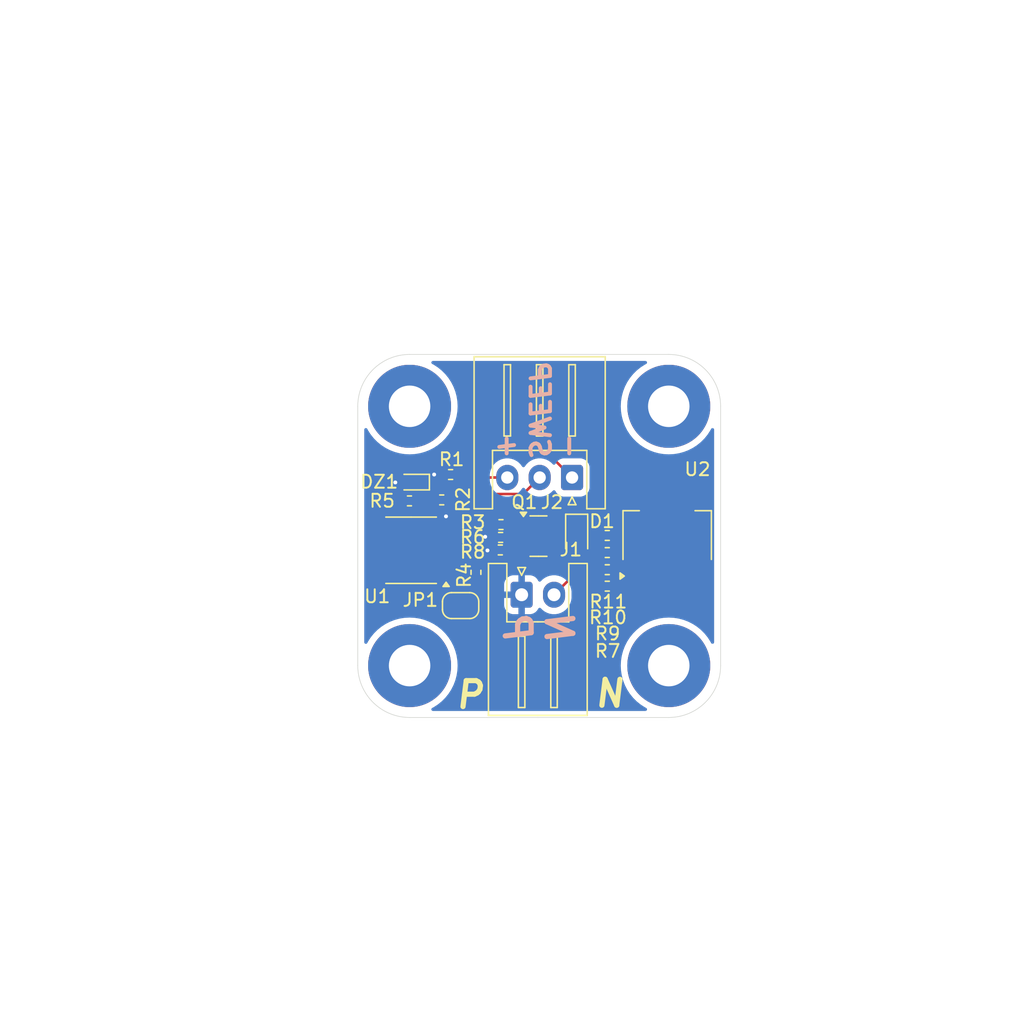
<source format=kicad_pcb>
(kicad_pcb (version 20240108) (generator "pcbnew") (generator_version "8.0")
  (layers (0 "F.Cu" signal) (31 "B.Cu" signal) (34 "B.Paste" user) (35 "F.Paste" user) (36 "B.SilkS" user "B.Silkscreen") (37 "F.SilkS" user "F.Silkscreen") (38 "B.Mask" user) (39 "F.Mask" user) (44 "Edge.Cuts" user))
  (net 0 "")
  (net 1 "GND")
  (net 2 "Net-(DZ1-K)")
  (net 3 "VCC")
  (net 4 "Net-(Q1-G)")
  (net 5 "Net-(Q1-S)")
  (net 6 "Net-(R3-Pad1)")
  (net 7 "Net-(U1A--)")
  (net 9 "Net-(J2-Pin_2)")
  (net 12 "Net-(JP1-A)")
  (net 13 "Net-(J2-Pin_3)")
  (net 14 "Net-(J2-Pin_1)")
  (net 27 "Net-(U2-VO)")
  (net 28 "Net-(D1-A)")
  (footprint "Resistor_SMD:R_0402_1005Metric" (layer "F.Cu") (at 131.4704 87.4776)
    (property "Reference" "R3" (at -2.1844 -0.1778 0) (layer "F.SilkS"))
    (property "Value" "10k")
    (fp_line (start -0.153641 -0.38) (end 0.153641 -0.38) (stroke (width 0.12)) (layer "F.SilkS"))
    (fp_line (start -0.153641 0.38) (end 0.153641 0.38) (stroke (width 0.12)) (layer "F.SilkS"))
    (pad "1" smd roundrect (at -0.51 0) (size 0.54 0.64) (layers "F.Cu" "F.Paste" "F.Mask") (net 6 "Net-(R3-Pad1)"))
    (pad "2" smd roundrect (at 0.51 0) (size 0.54 0.64) (layers "F.Cu" "F.Paste" "F.Mask") (net 4 "Net-(Q1-G)"))
  )
  (footprint "Resistor_SMD:R_0402_1005Metric" (layer "F.Cu") (at 126.8984 85.5726)
    (property "Reference" "R2" (at 1.651 -0.0254 90) (layer "F.SilkS"))
    (property "Value" "1k")
    (fp_line (start -0.153641 -0.38) (end 0.153641 -0.38) (stroke (width 0.12)) (layer "F.SilkS"))
    (fp_line (start -0.153641 0.38) (end 0.153641 0.38) (stroke (width 0.12)) (layer "F.SilkS"))
    (pad "1" smd roundrect (at -0.51 0) (size 0.54 0.64) (layers "F.Cu" "F.Paste" "F.Mask") (net 2 "Net-(DZ1-K)"))
    (pad "2" smd roundrect (at 0.51 0) (size 0.54 0.64) (layers "F.Cu" "F.Paste" "F.Mask") (net 13 "Net-(J2-Pin_3)"))
  )
  (footprint "MountingHole:MountingHole_3.2mm_M3_Pad_TopBottom" (layer "F.Cu") (at 124.4201 98.3541)
    (property "Reference" "H2" (hide yes))
    (property "Value" "MountingHole_Pad")
    (pad "1" thru_hole circle (at 0 0) (size 3.6 3.6) (drill 3.2) (layers "*.Cu" "*.Mask"))
    (pad "1" connect circle (at 0 0) (size 6.4 6.4) (layers "F.Cu" "F.Mask"))
    (pad "1" connect circle (at 0 0) (size 6.4 6.4) (layers "B.Cu" "B.Mask"))
  )
  (footprint "MountingHole:MountingHole_3.2mm_M3_Pad_TopBottom" (layer "F.Cu") (at 144.4201 78.3541)
    (property "Reference" "H4" (hide yes))
    (property "Value" "MountingHole_Pad")
    (pad "1" thru_hole circle (at 0 0) (size 3.6 3.6) (drill 3.2) (layers "*.Cu" "*.Mask"))
    (pad "1" connect circle (at 0 0) (size 6.4 6.4) (layers "F.Cu" "F.Mask"))
    (pad "1" connect circle (at 0 0) (size 6.4 6.4) (layers "B.Cu" "B.Mask"))
  )
  (footprint "Resistor_SMD:R_0402_1005Metric" (layer "F.Cu") (at 131.445 88.4682)
    (property "Reference" "R6" (at -2.159 -0.0254 0) (layer "F.SilkS"))
    (property "Value" "510R")
    (fp_line (start -0.153641 -0.38) (end 0.153641 -0.38) (stroke (width 0.12)) (layer "F.SilkS"))
    (fp_line (start -0.153641 0.38) (end 0.153641 0.38) (stroke (width 0.12)) (layer "F.SilkS"))
    (pad "1" smd roundrect (at -0.51 0) (size 0.54 0.64) (layers "F.Cu" "F.Paste" "F.Mask") (net 1 "GND"))
    (pad "2" smd roundrect (at 0.51 0) (size 0.54 0.64) (layers "F.Cu" "F.Paste" "F.Mask") (net 5 "Net-(Q1-S)"))
  )
  (footprint "Resistor_SMD:R_0402_1005Metric" (layer "F.Cu") (at 124.4092 85.6488)
    (property "Reference" "R5" (at -2.1082 0 360) (layer "F.SilkS"))
    (property "Value" "1k")
    (fp_line (start -0.153641 -0.38) (end 0.153641 -0.38) (stroke (width 0.12)) (layer "F.SilkS"))
    (fp_line (start -0.153641 0.38) (end 0.153641 0.38) (stroke (width 0.12)) (layer "F.SilkS"))
    (pad "1" smd roundrect (at -0.51 0) (size 0.54 0.64) (layers "F.Cu" "F.Paste" "F.Mask") (net 12 "Net-(JP1-A)"))
    (pad "2" smd roundrect (at 0.51 0) (size 0.54 0.64) (layers "F.Cu" "F.Paste" "F.Mask") (net 2 "Net-(DZ1-K)"))
  )
  (footprint "Package_TO_SOT_SMD:SOT-23" (layer "F.Cu") (at 134.366 88.3666)
    (property "Reference" "Q1" (at -1.0922 -2.6162 0) (layer "F.SilkS"))
    (property "Value" "2N7002")
    (fp_line (start 0 -1.56) (end -0.65 -1.56) (stroke (width 0.12)) (layer "F.SilkS"))
    (fp_line (start 0 -1.56) (end 0.65 -1.56) (stroke (width 0.12)) (layer "F.SilkS"))
    (fp_line (start 0 1.56) (end -0.65 1.56) (stroke (width 0.12)) (layer "F.SilkS"))
    (fp_line (start 0 1.56) (end 0.65 1.56) (stroke (width 0.12)) (layer "F.SilkS"))
    (fp_poly (pts (xy -1.1625 -1.51) (xy -1.4025 -1.84) (xy -0.9225 -1.84) (xy -1.1625 -1.51)) (stroke (width 0.12)) (fill solid) (layer "F.SilkS"))
    (pad "1" smd roundrect (at -0.9375 -0.95) (size 1.475 0.6) (layers "F.Cu" "F.Paste" "F.Mask") (net 4 "Net-(Q1-G)"))
    (pad "2" smd roundrect (at -0.9375 0.95) (size 1.475 0.6) (layers "F.Cu" "F.Paste" "F.Mask") (net 5 "Net-(Q1-S)"))
    (pad "3" smd roundrect (at 0.9375 0) (size 1.475 0.6) (layers "F.Cu" "F.Paste" "F.Mask") (net 3 "VCC"))
  )
  (footprint "Diode_SMD:D_SOD-523" (layer "F.Cu") (at 124.6886 84.201 180)
    (property "Reference" "DZ1" (at 2.6162 0.0254 360) (layer "F.SilkS"))
    (property "Value" "5.6V")
    (fp_line (start 0.7 0.6) (end -1.26 0.6) (stroke (width 0.12)) (layer "F.SilkS"))
    (fp_line (start 0.7 -0.6) (end -1.26 -0.6) (stroke (width 0.12)) (layer "F.SilkS"))
    (fp_line (start -1.26 -0.6) (end -1.26 0.6) (stroke (width 0.12)) (layer "F.SilkS"))
    (pad "1" smd roundrect (at -0.7 0) (size 0.6 0.7) (layers "F.Cu" "F.Paste" "F.Mask") (net 2 "Net-(DZ1-K)"))
    (pad "2" smd roundrect (at 0.7 0) (size 0.6 0.7) (layers "F.Cu" "F.Paste" "F.Mask") (net 1 "GND"))
  )
  (footprint "Resistor_SMD:R_0402_1005Metric" (layer "F.Cu") (at 129.54 91.1606 90)
    (property "Reference" "R4" (at -0.2286 -0.9144 90) (layer "F.SilkS"))
    (property "Value" "10k")
    (fp_line (start -0.153641 -0.38) (end 0.153641 -0.38) (stroke (width 0.12)) (layer "F.SilkS"))
    (fp_line (start -0.153641 0.38) (end 0.153641 0.38) (stroke (width 0.12)) (layer "F.SilkS"))
    (pad "1" smd roundrect (at -0.51 0 90) (size 0.54 0.64) (layers "F.Cu" "F.Paste" "F.Mask") (net 7 "Net-(U1A--)"))
    (pad "2" smd roundrect (at 0.51 0 90) (size 0.54 0.64) (layers "F.Cu" "F.Paste" "F.Mask") (net 5 "Net-(Q1-S)"))
  )
  (footprint "Resistor_SMD:R_0402_1005Metric" (layer "F.Cu") (at 139.6746 92.2274)
    (property "Reference" "R7" (at 0.0254 5.0038 360) (layer "F.SilkS"))
    (property "Value" "3k3")
    (fp_line (start -0.153641 -0.38) (end 0.153641 -0.38) (stroke (width 0.12)) (layer "F.SilkS"))
    (fp_line (start -0.153641 0.38) (end 0.153641 0.38) (stroke (width 0.12)) (layer "F.SilkS"))
    (pad "1" smd roundrect (at -0.509999 0) (size 0.54 0.64) (layers "F.Cu" "F.Paste" "F.Mask") (net 27 "Net-(U2-VO)"))
    (pad "2" smd roundrect (at 0.509999 0) (size 0.54 0.64) (layers "F.Cu" "F.Paste" "F.Mask") (net 12 "Net-(JP1-A)"))
  )
  (footprint "Resistor_SMD:R_0402_1005Metric" (layer "F.Cu") (at 139.6746 90.9574)
    (property "Reference" "R9" (at 0.0254 4.9276 360) (layer "F.SilkS"))
    (property "Value" "3k3")
    (fp_line (start -0.153641 -0.38) (end 0.153641 -0.38) (stroke (width 0.12)) (layer "F.SilkS"))
    (fp_line (start -0.153641 0.38) (end 0.153641 0.38) (stroke (width 0.12)) (layer "F.SilkS"))
    (pad "1" smd roundrect (at -0.509999 0) (size 0.54 0.64) (layers "F.Cu" "F.Paste" "F.Mask") (net 27 "Net-(U2-VO)"))
    (pad "2" smd roundrect (at 0.509999 0) (size 0.54 0.64) (layers "F.Cu" "F.Paste" "F.Mask") (net 12 "Net-(JP1-A)"))
  )
  (footprint "Jumper:SolderJumper-2_P1.3mm_Open_RoundedPad1.0x1.5mm" (layer "F.Cu") (at 128.3566 93.726)
    (property "Reference" "JP1" (at -3.1092 -0.4318 0) (layer "F.SilkS"))
    (property "Value" "SolderJumper_2_Open")
    (fp_line (start -1.4 0.3) (end -1.4 -0.3) (stroke (width 0.12)) (layer "F.SilkS"))
    (fp_line (start -0.7 -1) (end 0.7 -1) (stroke (width 0.12)) (layer "F.SilkS"))
    (fp_line (start 0.7 1) (end -0.7 1) (stroke (width 0.12)) (layer "F.SilkS"))
    (fp_line (start 1.4 -0.3) (end 1.4 0.3) (stroke (width 0.12)) (layer "F.SilkS"))
    (fp_arc (start -1.4 -0.3) (mid -1.194975 -0.794975) (end -0.7 -1) (stroke (width 0.12)) (layer "F.SilkS"))
    (fp_arc (start -0.7 1) (mid -1.194975 0.794975) (end -1.4 0.3) (stroke (width 0.12)) (layer "F.SilkS"))
    (fp_arc (start 0.7 -1) (mid 1.194975 -0.794975) (end 1.4 -0.3) (stroke (width 0.12)) (layer "F.SilkS"))
    (fp_arc (start 1.4 0.3) (mid 1.194975 0.794975) (end 0.7 1) (stroke (width 0.12)) (layer "F.SilkS"))
    (pad "1" smd custom (at -0.65 0) (size 1 0.5) (layers "F.Cu" "F.Mask") (net 12 "Net-(JP1-A)") (options (clearance outline) (anchor rect)) (primitives (gr_circle (center 0 0.25) (end 0.5 0.25) (width 0) (fill yes)) (gr_circle (center 0 -0.25) (end 0.5 -0.25) (width 0) (fill yes)) (gr_poly (pts (xy 0.5 0.75) (xy 0 0.75) (xy 0 -0.75) (xy 0.5 -0.75)) (width 0) (fill yes))))
    (pad "2" smd custom (at 0.65 0) (size 1 0.5) (layers "F.Cu" "F.Mask") (net 3 "VCC") (options (clearance outline) (anchor rect)) (primitives (gr_circle (center 0 0.25) (end 0.5 0.25) (width 0) (fill yes)) (gr_circle (center 0 -0.25) (end 0.5 -0.25) (width 0) (fill yes)) (gr_poly (pts (xy 0 0.75) (xy -0.5 0.75) (xy -0.5 -0.75) (xy 0 -0.75)) (width 0) (fill yes))))
  )
  (footprint "MountingHole:MountingHole_3.2mm_M3_Pad_TopBottom" (layer "F.Cu") (at 124.4201 78.3541)
    (property "Reference" "H1" (hide yes))
    (property "Value" "MountingHole_Pad")
    (pad "1" thru_hole circle (at 0 0) (size 3.6 3.6) (drill 3.2) (layers "*.Cu" "*.Mask"))
    (pad "1" connect circle (at 0 0) (size 6.4 6.4) (layers "F.Cu" "F.Mask"))
    (pad "1" connect circle (at 0 0) (size 6.4 6.4) (layers "B.Cu" "B.Mask"))
  )
  (footprint "Resistor_SMD:R_0402_1005Metric" (layer "F.Cu") (at 139.6746 89.6366)
    (property "Reference" "R10" (at 0.0508 5.0038 360) (layer "F.SilkS"))
    (property "Value" "3k3")
    (fp_line (start -0.153641 -0.38) (end 0.153641 -0.38) (stroke (width 0.12)) (layer "F.SilkS"))
    (fp_line (start -0.153641 0.38) (end 0.153641 0.38) (stroke (width 0.12)) (layer "F.SilkS"))
    (pad "1" smd roundrect (at -0.509999 0) (size 0.54 0.64) (layers "F.Cu" "F.Paste" "F.Mask") (net 27 "Net-(U2-VO)"))
    (pad "2" smd roundrect (at 0.509999 0) (size 0.54 0.64) (layers "F.Cu" "F.Paste" "F.Mask") (net 12 "Net-(JP1-A)"))
  )
  (footprint "Connector_JST:JST_XH_S3B-XH-A_1x03_P2.50mm_Horizontal" (layer "F.Cu") (at 136.9568 83.8454 180)
    (property "Reference" "J2" (at 1.5494 -1.905 360) (layer "F.SilkS"))
    (property "Value" "potentiometer")
    (fp_line (start 7.56 9.31) (end 7.56 -2.41) (stroke (width 0.12)) (layer "F.SilkS"))
    (fp_line (start 7.56 -2.41) (end 6.14 -2.41) (stroke (width 0.12)) (layer "F.SilkS"))
    (fp_line (start 6.14 2.09) (end 2.5 2.09) (stroke (width 0.12)) (layer "F.SilkS"))
    (fp_line (start 6.14 -2.41) (end 6.14 2.09) (stroke (width 0.12)) (layer "F.SilkS"))
    (fp_line (start 5.25 8.7) (end 5.25 3.2) (stroke (width 0.12)) (layer "F.SilkS"))
    (fp_line (start 5.25 3.2) (end 4.75 3.2) (stroke (width 0.12)) (layer "F.SilkS"))
    (fp_line (start 4.75 8.7) (end 5.25 8.7) (stroke (width 0.12)) (layer "F.SilkS"))
    (fp_line (start 4.75 3.2) (end 4.75 8.7) (stroke (width 0.12)) (layer "F.SilkS"))
    (fp_line (start 2.75 8.7) (end 2.75 3.2) (stroke (width 0.12)) (layer "F.SilkS"))
    (fp_line (start 2.75 3.2) (end 2.25 3.2) (stroke (width 0.12)) (layer "F.SilkS"))
    (fp_line (start 2.5 9.31) (end 7.56 9.31) (stroke (width 0.12)) (layer "F.SilkS"))
    (fp_line (start 2.5 9.31) (end -2.56 9.31) (stroke (width 0.12)) (layer "F.SilkS"))
    (fp_line (start 2.25 8.7) (end 2.75 8.7) (stroke (width 0.12)) (layer "F.SilkS"))
    (fp_line (start 2.25 3.2) (end 2.25 8.7) (stroke (width 0.12)) (layer "F.SilkS"))
    (fp_line (start 0.3 -2.1) (end 0 -1.5) (stroke (width 0.12)) (layer "F.SilkS"))
    (fp_line (start 0.25 8.7) (end 0.25 3.2) (stroke (width 0.12)) (layer "F.SilkS"))
    (fp_line (start 0.25 3.2) (end -0.25 3.2) (stroke (width 0.12)) (layer "F.SilkS"))
    (fp_line (start 0 -1.5) (end -0.3 -2.1) (stroke (width 0.12)) (layer "F.SilkS"))
    (fp_line (start -0.25 8.7) (end 0.25 8.7) (stroke (width 0.12)) (layer "F.SilkS"))
    (fp_line (start -0.25 3.2) (end -0.25 8.7) (stroke (width 0.12)) (layer "F.SilkS"))
    (fp_line (start -0.3 -2.1) (end 0.3 -2.1) (stroke (width 0.12)) (layer "F.SilkS"))
    (fp_line (start -1.14 2.09) (end 2.5 2.09) (stroke (width 0.12)) (layer "F.SilkS"))
    (fp_line (start -1.14 -2.41) (end -1.14 2.09) (stroke (width 0.12)) (layer "F.SilkS"))
    (fp_line (start -2.56 9.31) (end -2.56 -2.41) (stroke (width 0.12)) (layer "F.SilkS"))
    (fp_line (start -2.56 -2.41) (end -1.14 -2.41) (stroke (width 0.12)) (layer "F.SilkS"))
    (pad "1" thru_hole roundrect (at 0 0 180) (size 1.7 1.95) (drill 0.95) (layers "*.Cu" "*.Mask") (roundrect_rratio 0.147059) (net 14 "Net-(J2-Pin_1)"))
    (pad "2" thru_hole oval (at 2.5 0 180) (size 1.7 1.95) (drill 0.95) (layers "*.Cu" "*.Mask") (net 9 "Net-(J2-Pin_2)"))
    (pad "3" thru_hole oval (at 5 0 180) (size 1.7 1.95) (drill 0.95) (layers "*.Cu" "*.Mask") (net 13 "Net-(J2-Pin_3)"))
  )
  (footprint "Connector_JST:JST_XH_S2B-XH-A_1x02_P2.50mm_Horizontal" (layer "F.Cu") (at 133.0652 92.8878)
    (property "Reference" "J1" (at 3.7954 -3.4798 0) (layer "F.SilkS"))
    (property "Value" "current")
    (fp_line (start -2.56 -2.41) (end -1.14 -2.41) (stroke (width 0.12)) (layer "F.SilkS"))
    (fp_line (start -2.56 9.31) (end -2.56 -2.41) (stroke (width 0.12)) (layer "F.SilkS"))
    (fp_line (start -1.14 -2.41) (end -1.14 2.09) (stroke (width 0.12)) (layer "F.SilkS"))
    (fp_line (start -1.14 2.09) (end 1.25 2.09) (stroke (width 0.12)) (layer "F.SilkS"))
    (fp_line (start -0.3 -2.1) (end 0.3 -2.1) (stroke (width 0.12)) (layer "F.SilkS"))
    (fp_line (start -0.25 3.2) (end -0.25 8.7) (stroke (width 0.12)) (layer "F.SilkS"))
    (fp_line (start -0.25 8.7) (end 0.25 8.7) (stroke (width 0.12)) (layer "F.SilkS"))
    (fp_line (start 0 -1.5) (end -0.3 -2.1) (stroke (width 0.12)) (layer "F.SilkS"))
    (fp_line (start 0.25 3.2) (end -0.25 3.2) (stroke (width 0.12)) (layer "F.SilkS"))
    (fp_line (start 0.25 8.7) (end 0.25 3.2) (stroke (width 0.12)) (layer "F.SilkS"))
    (fp_line (start 0.3 -2.1) (end 0 -1.5) (stroke (width 0.12)) (layer "F.SilkS"))
    (fp_line (start 1.25 9.31) (end -2.56 9.31) (stroke (width 0.12)) (layer "F.SilkS"))
    (fp_line (start 1.25 9.31) (end 5.06 9.31) (stroke (width 0.12)) (layer "F.SilkS"))
    (fp_line (start 2.25 3.2) (end 2.25 8.7) (stroke (width 0.12)) (layer "F.SilkS"))
    (fp_line (start 2.25 8.7) (end 2.75 8.7) (stroke (width 0.12)) (layer "F.SilkS"))
    (fp_line (start 2.75 3.2) (end 2.25 3.2) (stroke (width 0.12)) (layer "F.SilkS"))
    (fp_line (start 2.75 8.7) (end 2.75 3.2) (stroke (width 0.12)) (layer "F.SilkS"))
    (fp_line (start 3.64 -2.41) (end 3.64 2.09) (stroke (width 0.12)) (layer "F.SilkS"))
    (fp_line (start 3.64 2.09) (end 1.25 2.09) (stroke (width 0.12)) (layer "F.SilkS"))
    (fp_line (start 5.06 -2.41) (end 3.64 -2.41) (stroke (width 0.12)) (layer "F.SilkS"))
    (fp_line (start 5.06 9.31) (end 5.06 -2.41) (stroke (width 0.12)) (layer "F.SilkS"))
    (pad "1" thru_hole roundrect (at 0 0) (size 1.7 2) (drill 1) (layers "*.Cu" "*.Mask") (roundrect_rratio 0.147059) (net 1 "GND"))
    (pad "2" thru_hole oval (at 2.5 0) (size 1.7 2) (drill 1) (layers "*.Cu" "*.Mask") (net 28 "Net-(D1-A)"))
  )
  (footprint "Diode_SMD:D_SOD-323" (layer "F.Cu") (at 137.3124 88.2904 -90)
    (property "Reference" "D1" (at -1.0668 -1.9558 0) (layer "F.SilkS"))
    (property "Value" "1N4148")
    (fp_line (start -1.61 0.85) (end 1.05 0.85) (stroke (width 0.12)) (layer "F.SilkS"))
    (fp_line (start -1.61 -0.85) (end -1.61 0.85) (stroke (width 0.12)) (layer "F.SilkS"))
    (fp_line (start -1.61 -0.85) (end 1.05 -0.85) (stroke (width 0.12)) (layer "F.SilkS"))
    (pad "1" smd roundrect (at -1.05 0 270) (size 0.6 0.45) (layers "F.Cu" "F.Paste" "F.Mask") (net 3 "VCC"))
    (pad "2" smd roundrect (at 1.05 0 270) (size 0.6 0.45) (layers "F.Cu" "F.Paste" "F.Mask") (net 28 "Net-(D1-A)"))
  )
  (footprint "Package_TO_SOT_SMD:SOT-223-3_TabPin2" (layer "F.Cu") (at 144.2974 88.3158 90)
    (property "Reference" "U2" (at 5.1054 2.3368 -0) (layer "F.SilkS"))
    (property "Value" "AMS1117-3.3")
    (fp_line (start 1.91 -3.41) (end 1.91 -2.15) (stroke (width 0.12)) (layer "F.SilkS"))
    (fp_line (start -1.85 -3.41) (end 1.91 -3.41) (stroke (width 0.12)) (layer "F.SilkS"))
    (fp_line (start 1.91 3.41) (end 1.91 2.15) (stroke (width 0.12)) (layer "F.SilkS"))
    (fp_line (start -1.85 3.41) (end 1.91 3.41) (stroke (width 0.12)) (layer "F.SilkS"))
    (fp_poly (pts (xy -3.13 -3.31) (xy -3.37 -3.64) (xy -2.89 -3.64) (xy -3.13 -3.31)) (stroke (width 0.12)) (fill solid) (layer "F.SilkS"))
    (pad "1" smd roundrect (at -3.15 -2.3 90) (size 2 1.5) (layers "F.Cu" "F.Paste" "F.Mask") (net 12 "Net-(JP1-A)"))
    (pad "2" smd roundrect (at -3.15 0 90) (size 2 1.5) (layers "F.Cu" "F.Paste" "F.Mask") (net 27 "Net-(U2-VO)"))
    (pad "2" smd roundrect (at 3.15 0 90) (size 2 3.8) (layers "F.Cu" "F.Paste" "F.Mask") (net 27 "Net-(U2-VO)"))
    (pad "3" smd roundrect (at -3.15 2.3 90) (size 2 1.5) (layers "F.Cu" "F.Paste" "F.Mask") (net 3 "VCC"))
  )
  (footprint "Resistor_SMD:R_0402_1005Metric" (layer "F.Cu") (at 131.4196 89.4334)
    (property "Reference" "R8" (at -2.1336 0.1524 0) (layer "F.SilkS"))
    (property "Value" "510R")
    (fp_line (start -0.153641 -0.38) (end 0.153641 -0.38) (stroke (width 0.12)) (layer "F.SilkS"))
    (fp_line (start -0.153641 0.38) (end 0.153641 0.38) (stroke (width 0.12)) (layer "F.SilkS"))
    (pad "1" smd roundrect (at -0.51 0) (size 0.54 0.64) (layers "F.Cu" "F.Paste" "F.Mask") (net 1 "GND"))
    (pad "2" smd roundrect (at 0.51 0) (size 0.54 0.64) (layers "F.Cu" "F.Paste" "F.Mask") (net 5 "Net-(Q1-S)"))
  )
  (footprint "Resistor_SMD:R_0402_1005Metric" (layer "F.Cu") (at 139.6746 88.3158)
    (property "Reference" "R11" (at 0.0762 5.1054 360) (layer "F.SilkS"))
    (property "Value" "3k3")
    (fp_line (start -0.153641 -0.38) (end 0.153641 -0.38) (stroke (width 0.12)) (layer "F.SilkS"))
    (fp_line (start -0.153641 0.38) (end 0.153641 0.38) (stroke (width 0.12)) (layer "F.SilkS"))
    (pad "1" smd roundrect (at -0.509999 0) (size 0.54 0.64) (layers "F.Cu" "F.Paste" "F.Mask") (net 27 "Net-(U2-VO)"))
    (pad "2" smd roundrect (at 0.509999 0) (size 0.54 0.64) (layers "F.Cu" "F.Paste" "F.Mask") (net 12 "Net-(JP1-A)"))
  )
  (footprint "Resistor_SMD:R_0402_1005Metric" (layer "F.Cu") (at 127.5842 83.6168 180)
    (property "Reference" "R1" (at -0.0762 1.1684 0) (layer "F.SilkS"))
    (property "Value" "1k")
    (fp_line (start -0.153641 0.38) (end 0.153641 0.38) (stroke (width 0.12)) (layer "F.SilkS"))
    (fp_line (start -0.153641 -0.38) (end 0.153641 -0.38) (stroke (width 0.12)) (layer "F.SilkS"))
    (pad "1" smd roundrect (at -0.51 0 180) (size 0.54 0.64) (layers "F.Cu" "F.Paste" "F.Mask") (net 14 "Net-(J2-Pin_1)"))
    (pad "2" smd roundrect (at 0.51 0 180) (size 0.54 0.64) (layers "F.Cu" "F.Paste" "F.Mask") (net 1 "GND"))
  )
  (footprint "Package_SO:SOIC-8_3.9x4.9mm_P1.27mm" (layer "F.Cu") (at 124.5362 89.4588 180)
    (property "Reference" "U1" (at 2.6162 -3.556 0) (layer "F.SilkS"))
    (property "Value" "LM358")
    (fp_line (start 0 2.56) (end 1.95 2.56) (stroke (width 0.12)) (layer "F.SilkS"))
    (fp_line (start 0 2.56) (end -1.95 2.56) (stroke (width 0.12)) (layer "F.SilkS"))
    (fp_line (start 0 -2.56) (end 1.95 -2.56) (stroke (width 0.12)) (layer "F.SilkS"))
    (fp_line (start 0 -2.56) (end -1.95 -2.56) (stroke (width 0.12)) (layer "F.SilkS"))
    (fp_poly (pts (xy -2.7 -2.465) (xy -2.94 -2.795) (xy -2.46 -2.795) (xy -2.7 -2.465)) (stroke (width 0.12)) (fill solid) (layer "F.SilkS"))
    (pad "1" smd roundrect (at -2.475 -1.905 180) (size 1.95 0.6) (layers "F.Cu" "F.Paste" "F.Mask") (net 6 "Net-(R3-Pad1)"))
    (pad "2" smd roundrect (at -2.475 -0.635 180) (size 1.95 0.6) (layers "F.Cu" "F.Paste" "F.Mask") (net 7 "Net-(U1A--)"))
    (pad "3" smd roundrect (at -2.475 0.635 180) (size 1.95 0.6) (layers "F.Cu" "F.Paste" "F.Mask") (net 9 "Net-(J2-Pin_2)"))
    (pad "4" smd roundrect (at -2.475 1.905 180) (size 1.95 0.6) (layers "F.Cu" "F.Paste" "F.Mask") (net 1 "GND"))
    (pad "5" smd roundrect (at 2.475 1.905 180) (size 1.95 0.6) (layers "F.Cu" "F.Paste" "F.Mask"))
    (pad "6" smd roundrect (at 2.475 0.635 180) (size 1.95 0.6) (layers "F.Cu" "F.Paste" "F.Mask"))
    (pad "7" smd roundrect (at 2.475 -0.635 180) (size 1.95 0.6) (layers "F.Cu" "F.Paste" "F.Mask"))
    (pad "8" smd roundrect (at 2.475 -1.905 180) (size 1.95 0.6) (layers "F.Cu" "F.Paste" "F.Mask") (net 12 "Net-(JP1-A)"))
  )
  (footprint "MountingHole:MountingHole_3.2mm_M3_Pad_TopBottom" (layer "F.Cu") (at 144.4201 98.3541)
    (property "Reference" "H3" (hide yes))
    (property "Value" "MountingHole_Pad")
    (pad "1" thru_hole circle (at 0 0) (size 3.6 3.6) (drill 3.2) (layers "*.Cu" "*.Mask"))
    (pad "1" connect circle (at 0 0) (size 6.4 6.4) (layers "F.Cu" "F.Mask"))
    (pad "1" connect circle (at 0 0) (size 6.4 6.4) (layers "B.Cu" "B.Mask"))
  )
  (gr_arc (start 144.4201 74.3541) (mid 147.248527 75.525673) (end 148.4201 78.3541) (stroke (width 0.05)) (layer "Edge.Cuts"))
  (gr_line (start 144.4201 74.3541) (end 124.4201 74.3541) (stroke (width 0.05)) (layer "Edge.Cuts"))
  (gr_line (start 120.4201 78.3541) (end 120.4201 98.3541) (stroke (width 0.05)) (layer "Edge.Cuts"))
  (gr_arc (start 148.4201 98.3541) (mid 147.248527 101.182527) (end 144.4201 102.3541) (stroke (width 0.05)) (layer "Edge.Cuts"))
  (gr_line (start 144.4201 102.3541) (end 124.4201 102.3541) (stroke (width 0.05)) (layer "Edge.Cuts"))
  (gr_arc (start 120.4201 78.3541) (mid 121.591673 75.525673) (end 124.4201 74.3541) (stroke (width 0.05)) (layer "Edge.Cuts"))
  (gr_line (start 148.4201 78.3541) (end 148.4201 98.3541) (stroke (width 0.05)) (layer "Edge.Cuts"))
  (gr_arc (start 124.4201 102.3541) (mid 121.591673 101.182527) (end 120.4201 98.3541) (stroke (width 0.05)) (layer "Edge.Cuts"))
  (gr_text "-\nSWEEP\n+" (at 131.1402 82.6008 270) (layer "B.SilkS") (effects (font (size 1.5 1.5) (thickness 0.3) (bold yes) (italic yes)) (justify left bottom mirror)))
  (gr_text "N\nP" (at 134.3152 95.5294 -90) (layer "B.SilkS") (effects (font (size 2 2) (thickness 0.4) (bold yes) (italic yes)) (justify mirror)))
  (gr_text "P" (at 127.8128 101.7778 0) (layer "F.SilkS") (effects (font (size 2 2) (thickness 0.4) (bold yes) (italic yes)) (justify left bottom)))
  (gr_text "N" (at 138.5316 101.6762 0) (layer "F.SilkS") (effects (font (size 2 2) (thickness 0.4) (bold yes) (italic yes)) (justify left bottom)))
  (segment (start 130.8842 88.4174) (end 130.935 88.4682) (width 0.2) (layer "F.Cu") (net 1))
  (segment (start 123.9886 84.201) (end 123.3424 84.201) (width 0.2) (layer "F.Cu") (net 1))
  (segment (start 127.2286 86.8426) (end 127.2286 87.3364) (width 0.2) (layer "F.Cu") (net 1))
  (segment (start 130.2512 88.4174) (end 130.8842 88.4174) (width 0.2) (layer "F.Cu") (net 1))
  (segment (start 130.429 89.470444) (end 130.872556 89.470444) (width 0.2) (layer "F.Cu") (net 1))
  (segment (start 123.3424 84.201) (end 123.317 84.2264) (width 0.2) (layer "F.Cu") (net 1))
  (segment (start 126.3142 83.6168) (end 127.0742 83.6168) (width 0.2) (layer "F.Cu") (net 1))
  (segment (start 130.872556 89.470444) (end 130.9096 89.4334) (width 0.2) (layer "F.Cu") (net 1))
  (segment (start 127.2286 87.3364) (end 127.0112 87.5538) (width 0.2) (layer "F.Cu") (net 1))
  (via (at 127.2286 86.8426) (size 0.6) (drill 0.3) (layers "F.Cu" "B.Cu") (net 1))
  (via (at 126.3142 83.6168) (size 0.6) (drill 0.3) (layers "F.Cu" "B.Cu") (net 1))
  (via (at 123.317 84.2264) (size 0.6) (drill 0.3) (layers "F.Cu" "B.Cu") (net 1))
  (via (at 130.2512 88.4174) (size 0.6) (drill 0.3) (layers "F.Cu" "B.Cu") (net 1))
  (via (at 130.429 89.470444) (size 0.6) (drill 0.3) (layers "F.Cu" "B.Cu") (net 1))
  (segment (start 125.3886 84.201) (end 126.3884 85.2008) (width 0.2) (layer "F.Cu") (net 2))
  (segment (start 125.3886 84.201) (end 125.3886 85.1794) (width 0.2) (layer "F.Cu") (net 2))
  (segment (start 125.3886 85.1794) (end 124.9192 85.6488) (width 0.2) (layer "F.Cu") (net 2))
  (segment (start 126.3884 85.2008) (end 126.3884 85.5726) (width 0.2) (layer "F.Cu") (net 2))
  (segment (start 132.1308 90.6018) (end 134.7216 90.6018) (width 0.2) (layer "F.Cu") (net 3))
  (segment (start 136.4297 87.2404) (end 135.3035 88.3666) (width 0.2) (layer "F.Cu") (net 3))
  (segment (start 135.3035 90.0199) (end 135.3035 88.3666) (width 0.2) (layer "F.Cu") (net 3))
  (segment (start 131.1656 95.885) (end 138.6586 95.885) (width 0.2) (layer "F.Cu") (net 3))
  (segment (start 129.0066 93.726) (end 131.1656 95.885) (width 0.2) (layer "F.Cu") (net 3))
  (segment (start 137.3124 87.2404) (end 136.4297 87.2404) (width 0.2) (layer "F.Cu") (net 3))
  (segment (start 140.5636 93.98) (end 144.0832 93.98) (width 0.2) (layer "F.Cu") (net 3))
  (segment (start 134.7216 90.6018) (end 135.3035 90.0199) (width 0.2) (layer "F.Cu") (net 3))
  (segment (start 144.0832 93.98) (end 146.5974 91.4658) (width 0.2) (layer "F.Cu") (net 3))
  (segment (start 138.6586 95.885) (end 140.5636 93.98) (width 0.2) (layer "F.Cu") (net 3))
  (segment (start 129.0066 93.726) (end 132.1308 90.6018) (width 0.2) (layer "F.Cu") (net 3))
  (segment (start 132.0414 87.4166) (end 133.4285 87.4166) (width 0.2) (layer "F.Cu") (net 4))
  (segment (start 131.9804 87.4776) (end 132.0414 87.4166) (width 0.2) (layer "F.Cu") (net 4))
  (segment (start 131.9296 89.4334) (end 131.9296 88.4936) (width 0.2) (layer "F.Cu") (net 5))
  (segment (start 131.9022 89.4334) (end 131.9296 89.4334) (width 0.2) (layer "F.Cu") (net 5))
  (segment (start 129.54 90.6506) (end 130.685 90.6506) (width 0.2) (layer "F.Cu") (net 5))
  (segment (start 133.4285 89.3166) (end 133.3117 89.4334) (width 0.2) (layer "F.Cu") (net 5))
  (segment (start 130.685 90.6506) (end 131.9022 89.4334) (width 0.2) (layer "F.Cu") (net 5))
  (segment (start 131.9296 88.4936) (end 131.955 88.4682) (width 0.2) (layer "F.Cu") (net 5))
  (segment (start 133.3117 89.4334) (end 131.9296 89.4334) (width 0.2) (layer "F.Cu") (net 5))
  (segment (start 127.0112 91.3638) (end 127.986199 91.3638) (width 0.2) (layer "F.Cu") (net 6))
  (segment (start 128.6002 89.2048) (end 130.3274 87.4776) (width 0.2) (layer "F.Cu") (net 6))
  (segment (start 130.3274 87.4776) (end 130.9604 87.4776) (width 0.2) (layer "F.Cu") (net 6))
  (segment (start 127.986199 91.3638) (end 128.6002 90.749799) (width 0.2) (layer "F.Cu") (net 6))
  (segment (start 128.6002 90.749799) (end 128.6002 89.2048) (width 0.2) (layer "F.Cu") (net 6))
  (segment (start 129.54 91.6706) (end 128.7038 92.5068) (width 0.2) (layer "F.Cu") (net 7))
  (segment (start 126.2634 90.0938) (end 127.0112 90.0938) (width 0.2) (layer "F.Cu") (net 7))
  (segment (start 125.476 90.8812) (end 126.2634 90.0938) (width 0.2) (layer "F.Cu") (net 7))
  (segment (start 125.476 92.075) (end 125.476 90.8812) (width 0.2) (layer "F.Cu") (net 7))
  (segment (start 125.9078 92.5068) (end 125.476 92.075) (width 0.2) (layer "F.Cu") (net 7))
  (segment (start 128.7038 92.5068) (end 125.9078 92.5068) (width 0.2) (layer "F.Cu") (net 7))
  (segment (start 127.0112 88.8238) (end 127.356752 88.8238) (width 0.2) (layer "F.Cu") (net 9))
  (segment (start 129.8906 85.1204) (end 133.1818 85.1204) (width 0.2) (layer "F.Cu") (net 9))
  (segment (start 133.1818 85.1204) (end 134.4568 83.8454) (width 0.2) (layer "F.Cu") (net 9))
  (segment (start 128.6922 86.3188) (end 129.8906 85.1204) (width 0.2) (layer "F.Cu") (net 9))
  (segment (start 128.6922 87.488352) (end 128.6922 86.3188) (width 0.2) (layer "F.Cu") (net 9))
  (segment (start 127.356752 88.8238) (end 128.6922 87.488352) (width 0.2) (layer "F.Cu") (net 9))
  (segment (start 129.2098 80.3148) (end 137.7188 80.3148) (width 0.2) (layer "F.Cu") (net 12))
  (segment (start 122.0612 91.3638) (end 124.4234 93.726) (width 0.2) (layer "F.Cu") (net 12))
  (segment (start 123.8992 90.4006) (end 122.936 91.3638) (width 0.2) (layer "F.Cu") (net 12))
  (segment (start 137.7188 80.3148) (end 140.184599 82.780599) (width 0.2) (layer "F.Cu") (net 12))
  (segment (start 140.184599 89.6366) (end 140.184599 88.3158) (width 0.2) (layer "F.Cu") (net 12))
  (segment (start 141.9974 91.4658) (end 140.692999 91.4658) (width 0.2) (layer "F.Cu") (net 12))
  (segment (start 140.184599 90.9574) (end 140.184599 89.6366) (width 0.2) (layer "F.Cu") (net 12))
  (segment (start 123.8992 85.6488) (end 123.8992 90.4006) (width 0.2) (layer "F.Cu") (net 12))
  (segment (start 126.873 82.6516) (end 129.2098 80.3148) (width 0.2) (layer "F.Cu") (net 12))
  (segment (start 121.6914 84.8868) (end 121.6914 83.2866) (width 0.2) (layer "F.Cu") (net 12))
  (segment (start 121.6914 83.2866) (end 122.3264 82.6516) (width 0.2) (layer "F.Cu") (net 12))
  (segment (start 140.184599 82.780599) (end 140.184599 88.3158) (width 0.2) (layer "F.Cu") (net 12))
  (segment (start 140.184599 92.2274) (end 140.184599 90.9574) (width 0.2) (layer "F.Cu") (net 12))
  (segment (start 123.8992 85.6488) (end 122.4534 85.6488) (width 0.2) (layer "F.Cu") (net 12))
  (segment (start 122.4534 85.6488) (end 121.6914 84.8868) (width 0.2) (layer "F.Cu") (net 12))
  (segment (start 122.3264 82.6516) (end 126.873 82.6516) (width 0.2) (layer "F.Cu") (net 12))
  (segment (start 124.4234 93.726) (end 127.7066 93.726) (width 0.2) (layer "F.Cu") (net 12))
  (segment (start 140.692999 91.4658) (end 140.184599 90.9574) (width 0.2) (layer "F.Cu") (net 12))
  (segment (start 122.936 91.3638) (end 122.0612 91.3638) (width 0.2) (layer "F.Cu") (net 12))
  (segment (start 131.9568 83.8454) (end 129.1356 83.8454) (width 0.2) (layer "F.Cu") (net 13))
  (segment (start 129.1356 83.8454) (end 127.4084 85.5726) (width 0.2) (layer "F.Cu") (net 13))
  (segment (start 135.001 81.8896) (end 129.1336 81.8896) (width 0.2) (layer "F.Cu") (net 14))
  (segment (start 128.0942 82.929) (end 128.0942 83.6168) (width 0.2) (layer "F.Cu") (net 14))
  (segment (start 136.9568 83.8454) (end 135.001 81.8896) (width 0.2) (layer "F.Cu") (net 14))
  (segment (start 129.1336 81.8896) (end 128.0942 82.929) (width 0.2) (layer "F.Cu") (net 14))
  (segment (start 139.164601 92.2274) (end 139.164601 90.9574) (width 0.2) (layer "F.Cu") (net 27))
  (segment (start 139.164601 90.9574) (end 139.164601 89.6366) (width 0.2) (layer "F.Cu") (net 27))
  (segment (start 139.164601 92.708001) (end 139.7 93.2434) (width 0.2) (layer "F.Cu") (net 27))
  (segment (start 144.2974 91.9988) (end 144.2974 91.4658) (width 0.2) (layer "F.Cu") (net 27))
  (segment (start 139.164601 88.3158) (end 139.164601 89.6366) (width 0.2) (layer "F.Cu") (net 27))
  (segment (start 139.7 93.2434) (end 143.0528 93.2434) (width 0.2) (layer "F.Cu") (net 27))
  (segment (start 139.164601 92.2274) (end 139.164601 92.708001) (width 0.2) (layer "F.Cu") (net 27))
  (segment (start 143.0528 93.2434) (end 144.2974 91.9988) (width 0.2) (layer "F.Cu") (net 27))
  (segment (start 144.2974 91.4658) (end 144.2974 85.1658) (width 0.2) (layer "F.Cu") (net 27))
  (segment (start 137.3124 91.1406) (end 135.5652 92.8878) (width 0.2) (layer "F.Cu") (net 28))
  (segment (start 137.3124 89.3404) (end 137.3124 91.1406) (width 0.2) (layer "F.Cu") (net 28))
  (zone (net 1) (net_name "GND") (layer "B.Cu") (connect_pads (clearance 0.5)) (min_thickness 0.25) (fill yes (thermal_gap 0.5) (thermal_bridge_width 0.5))
    (polygon (pts (xy 97.8154 47.5488) (xy 171.7548 47.0154) (xy 167.1066 125.2982) (xy 92.8116 125.984)))
  )
)
</source>
